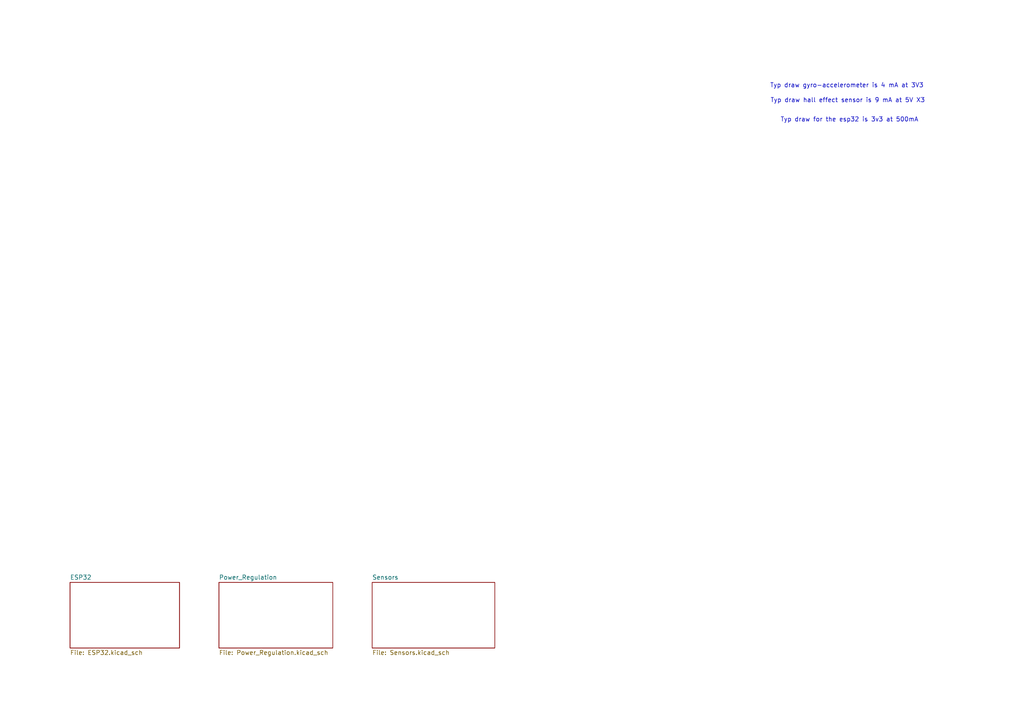
<source format=kicad_sch>
(kicad_sch
	(version 20231120)
	(generator "eeschema")
	(generator_version "8.0")
	(uuid "007c29f5-91f3-46c1-b69e-ddf0568a1cc9")
	(paper "A4")
	(lib_symbols)
	(text "Typ draw for the esp32 is 3v3 at 500mA"
		(exclude_from_sim no)
		(at 246.38 34.798 0)
		(effects
			(font
				(size 1.27 1.27)
			)
		)
		(uuid "c18ce289-adc4-4614-8daa-15e7166ec769")
	)
	(text "Typ draw hall effect sensor is 9 mA at 5V X3"
		(exclude_from_sim no)
		(at 245.872 29.21 0)
		(effects
			(font
				(size 1.27 1.27)
			)
		)
		(uuid "cc20cd28-2754-488b-95a9-6d0e179b7ac2")
	)
	(text "Typ draw gyro-accelerometer is 4 mA at 3V3"
		(exclude_from_sim no)
		(at 245.618 24.892 0)
		(effects
			(font
				(size 1.27 1.27)
			)
		)
		(uuid "e7577913-dcf7-447e-ac6c-2613524215b0")
	)
	(sheet
		(at 20.32 168.91)
		(size 31.75 19.05)
		(fields_autoplaced yes)
		(stroke
			(width 0.1524)
			(type solid)
		)
		(fill
			(color 0 0 0 0.0000)
		)
		(uuid "324fcd38-5554-4dcc-9d22-531c19086326")
		(property "Sheetname" "ESP32"
			(at 20.32 168.1984 0)
			(effects
				(font
					(size 1.27 1.27)
				)
				(justify left bottom)
			)
		)
		(property "Sheetfile" "ESP32.kicad_sch"
			(at 20.32 188.5446 0)
			(effects
				(font
					(size 1.27 1.27)
				)
				(justify left top)
			)
		)
		(instances
			(project "Glove_Footprint_Rev1.1"
				(path "/007c29f5-91f3-46c1-b69e-ddf0568a1cc9"
					(page "2")
				)
			)
		)
	)
	(sheet
		(at 107.95 168.91)
		(size 35.56 19.05)
		(fields_autoplaced yes)
		(stroke
			(width 0.1524)
			(type solid)
		)
		(fill
			(color 0 0 0 0.0000)
		)
		(uuid "73071d11-6950-4ce7-90e5-0b8c48e77562")
		(property "Sheetname" "Sensors"
			(at 107.95 168.1984 0)
			(effects
				(font
					(size 1.27 1.27)
				)
				(justify left bottom)
			)
		)
		(property "Sheetfile" "Sensors.kicad_sch"
			(at 107.95 188.5446 0)
			(effects
				(font
					(size 1.27 1.27)
				)
				(justify left top)
			)
		)
		(instances
			(project "Glove_Footprint_Rev1.1"
				(path "/007c29f5-91f3-46c1-b69e-ddf0568a1cc9"
					(page "4")
				)
			)
		)
	)
	(sheet
		(at 63.5 168.91)
		(size 33.02 19.05)
		(fields_autoplaced yes)
		(stroke
			(width 0.1524)
			(type solid)
		)
		(fill
			(color 0 0 0 0.0000)
		)
		(uuid "868ca617-a5c8-4d1a-b2e3-4f166d46719d")
		(property "Sheetname" "Power_Regulation"
			(at 63.5 168.1984 0)
			(effects
				(font
					(size 1.27 1.27)
				)
				(justify left bottom)
			)
		)
		(property "Sheetfile" "Power_Regulation.kicad_sch"
			(at 63.5 188.5446 0)
			(effects
				(font
					(size 1.27 1.27)
				)
				(justify left top)
			)
		)
		(instances
			(project "Glove_Footprint_Rev1.1"
				(path "/007c29f5-91f3-46c1-b69e-ddf0568a1cc9"
					(page "3")
				)
			)
		)
	)
	(sheet_instances
		(path "/"
			(page "1")
		)
	)
)

</source>
